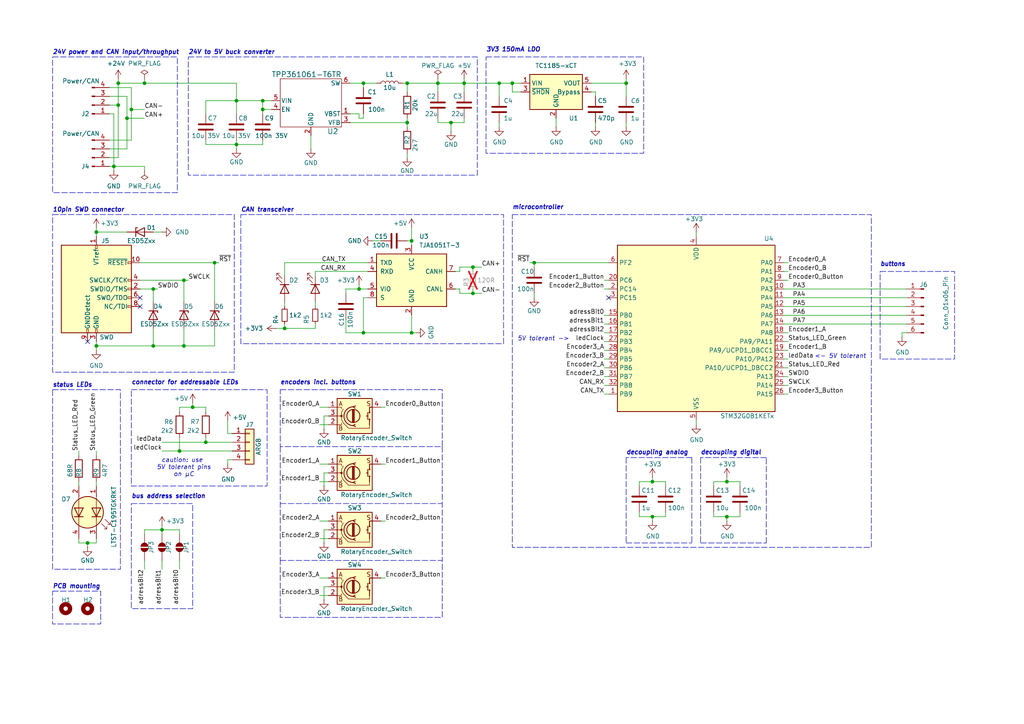
<source format=kicad_sch>
(kicad_sch (version 20231120) (generator "eeschema") (generator_version "8.0")
  (paper "A4")
  (junction (at 210.82 149.86))
  (junction (at 34.29 30.48))
  (junction (at 44.45 100.33))
  (junction (at 189.23 139.7))
  (junction (at 46.99 153.67))
  (junction (at 210.82 139.7))
  (junction (at 38.1 31.75))
  (junction (at 53.34 100.33))
  (junction (at 36.83 34.29))
  (junction (at 41.91 24.13))
  (junction (at 137.16 85.09))
  (junction (at 59.69 128.27))
  (junction (at 119.38 96.52))
  (junction (at 44.45 83.82))
  (junction (at 144.78 24.13))
  (junction (at 25.4 157.48))
  (junction (at 137.16 77.47))
  (junction (at 62.23 76.2))
  (junction (at 189.23 149.86))
  (junction (at 130.81 35.56))
  (junction (at 118.11 24.13))
  (junction (at 148.59 24.13))
  (junction (at 181.61 24.13))
  (junction (at 34.29 24.13))
  (junction (at 76.2 31.75))
  (junction (at 127 24.13))
  (junction (at 134.62 24.13))
  (junction (at 68.58 41.91))
  (junction (at 105.41 96.52))
  (junction (at 154.94 76.2))
  (junction (at 118.11 35.56))
  (junction (at 105.41 24.13))
  (junction (at 33.02 48.26))
  (junction (at 104.14 83.82))
  (junction (at 68.58 29.21))
  (junction (at 27.94 67.31))
  (junction (at 27.94 100.33))
  (junction (at 119.38 69.85))
  (junction (at 52.07 130.81))
  (junction (at 82.55 95.25))
  (junction (at 53.34 81.28))
  (junction (at 76.2 29.21))
  (junction (at 55.88 118.11))
  (no_connect (at 40.64 86.36))
  (no_connect (at 176.53 86.36))
  (no_connect (at 25.4 99.06))
  (no_connect (at 40.64 88.9))
  (wire (pts (xy 214.63 149.86) (xy 210.82 149.86)))
  (wire (pts (xy 227.33 109.22) (xy 228.6 109.22)))
  (wire (pts (xy 92.71 167.64) (xy 95.25 167.64)))
  (wire (pts (xy 154.94 77.47) (xy 154.94 76.2)))
  (wire (pts (xy 175.26 104.14) (xy 176.53 104.14)))
  (wire (pts (xy 82.55 93.98) (xy 82.55 95.25)))
  (wire (pts (xy 134.62 34.29) (xy 134.62 35.56)))
  (wire (pts (xy 59.69 128.27) (xy 67.31 128.27)))
  (polyline (pts (xy 222.25 157.48) (xy 222.25 132.715)) (stroke (width 0) (type dash)))
  (wire (pts (xy 31.75 27.94) (xy 36.83 27.94)))
  (polyline (pts (xy 200.66 132.715) (xy 200.66 157.48)) (stroke (width 0) (type dash)))
  (wire (pts (xy 76.2 41.91) (xy 76.2 40.64)))
  (wire (pts (xy 227.33 88.9) (xy 262.89 88.9)))
  (wire (pts (xy 189.23 149.86) (xy 193.04 149.86)))
  (wire (pts (xy 91.44 87.63) (xy 91.44 88.9)))
  (wire (pts (xy 27.94 66.04) (xy 27.94 67.31)))
  (wire (pts (xy 36.83 34.29) (xy 41.91 34.29)))
  (wire (pts (xy 110.49 167.64) (xy 111.76 167.64)))
  (wire (pts (xy 80.01 95.25) (xy 82.55 95.25)))
  (wire (pts (xy 91.44 78.74) (xy 106.68 78.74)))
  (wire (pts (xy 175.26 96.52) (xy 176.53 96.52)))
  (wire (pts (xy 33.02 33.02) (xy 31.75 33.02)))
  (wire (pts (xy 44.45 83.82) (xy 44.45 87.63)))
  (wire (pts (xy 172.72 26.67) (xy 171.45 26.67)))
  (wire (pts (xy 59.69 128.27) (xy 46.99 128.27)))
  (wire (pts (xy 46.99 162.56) (xy 46.99 165.1)))
  (wire (pts (xy 66.04 125.73) (xy 67.31 125.73)))
  (wire (pts (xy 134.62 24.13) (xy 134.62 26.67)))
  (wire (pts (xy 189.23 149.86) (xy 189.23 151.13)))
  (wire (pts (xy 33.02 48.26) (xy 33.02 49.53)))
  (wire (pts (xy 27.94 130.81) (xy 27.94 132.08)))
  (wire (pts (xy 52.07 118.11) (xy 52.07 119.38)))
  (wire (pts (xy 62.23 100.33) (xy 62.23 95.25)))
  (wire (pts (xy 68.58 24.13) (xy 68.58 29.21)))
  (wire (pts (xy 110.49 118.11) (xy 111.76 118.11)))
  (wire (pts (xy 31.75 48.26) (xy 33.02 48.26)))
  (wire (pts (xy 119.38 96.52) (xy 120.65 96.52)))
  (wire (pts (xy 154.94 85.09) (xy 154.94 86.36)))
  (wire (pts (xy 210.82 149.86) (xy 210.82 151.13)))
  (wire (pts (xy 189.23 139.7) (xy 193.04 139.7)))
  (wire (pts (xy 137.16 77.47) (xy 139.7 77.47)))
  (wire (pts (xy 93.98 137.16) (xy 95.25 137.16)))
  (wire (pts (xy 105.41 86.36) (xy 105.41 96.52)))
  (wire (pts (xy 27.94 99.06) (xy 27.94 100.33)))
  (wire (pts (xy 92.71 172.72) (xy 95.25 172.72)))
  (wire (pts (xy 104.14 33.02) (xy 101.6 33.02)))
  (polyline (pts (xy 128.27 129.54) (xy 128.27 162.56)) (stroke (width 0) (type dash)))
  (wire (pts (xy 68.58 40.64) (xy 68.58 41.91)))
  (wire (pts (xy 44.45 100.33) (xy 53.34 100.33)))
  (wire (pts (xy 148.59 24.13) (xy 148.59 26.67)))
  (wire (pts (xy 59.69 119.38) (xy 59.69 118.11)))
  (wire (pts (xy 227.33 104.14) (xy 228.6 104.14)))
  (wire (pts (xy 82.55 76.2) (xy 82.55 80.01)))
  (wire (pts (xy 132.08 83.82) (xy 133.35 83.82)))
  (wire (pts (xy 53.34 95.25) (xy 53.34 100.33)))
  (wire (pts (xy 185.42 139.7) (xy 185.42 140.97)))
  (wire (pts (xy 52.07 127) (xy 52.07 130.81)))
  (wire (pts (xy 172.72 27.94) (xy 172.72 26.67)))
  (wire (pts (xy 207.01 149.86) (xy 210.82 149.86)))
  (wire (pts (xy 76.2 33.02) (xy 76.2 31.75)))
  (wire (pts (xy 185.42 139.7) (xy 189.23 139.7)))
  (wire (pts (xy 31.75 43.18) (xy 36.83 43.18)))
  (wire (pts (xy 207.01 140.97) (xy 207.01 139.7)))
  (wire (pts (xy 46.99 153.67) (xy 52.07 153.67)))
  (wire (pts (xy 34.29 45.72) (xy 34.29 30.48)))
  (wire (pts (xy 227.33 99.06) (xy 228.6 99.06)))
  (wire (pts (xy 104.14 83.82) (xy 100.33 83.82)))
  (wire (pts (xy 100.33 96.52) (xy 105.41 96.52)))
  (wire (pts (xy 68.58 29.21) (xy 59.69 29.21)))
  (wire (pts (xy 189.23 139.7) (xy 189.23 138.43)))
  (wire (pts (xy 27.94 100.33) (xy 44.45 100.33)))
  (wire (pts (xy 22.86 156.21) (xy 22.86 157.48)))
  (wire (pts (xy 90.17 39.37) (xy 90.17 43.18)))
  (polyline (pts (xy 203.2 132.715) (xy 203.2 157.48)) (stroke (width 0) (type dash)))
  (wire (pts (xy 227.33 114.3) (xy 228.6 114.3)))
  (wire (pts (xy 119.38 66.04) (xy 119.38 69.85)))
  (wire (pts (xy 119.38 69.85) (xy 119.38 71.12)))
  (wire (pts (xy 210.82 139.7) (xy 214.63 139.7)))
  (wire (pts (xy 52.07 130.81) (xy 67.31 130.81)))
  (wire (pts (xy 68.58 41.91) (xy 76.2 41.91)))
  (wire (pts (xy 214.63 140.97) (xy 214.63 139.7)))
  (wire (pts (xy 34.29 30.48) (xy 31.75 30.48)))
  (wire (pts (xy 34.29 22.86) (xy 34.29 24.13)))
  (wire (pts (xy 130.81 35.56) (xy 127 35.56)))
  (wire (pts (xy 227.33 96.52) (xy 228.6 96.52)))
  (wire (pts (xy 181.61 24.13) (xy 181.61 22.86)))
  (wire (pts (xy 27.94 139.7) (xy 27.94 140.97)))
  (wire (pts (xy 36.83 67.31) (xy 27.94 67.31)))
  (wire (pts (xy 93.98 124.46) (xy 93.98 120.65)))
  (wire (pts (xy 110.49 134.62) (xy 111.76 134.62)))
  (wire (pts (xy 52.07 153.67) (xy 52.07 154.94)))
  (wire (pts (xy 92.71 118.11) (xy 95.25 118.11)))
  (wire (pts (xy 76.2 31.75) (xy 78.74 31.75)))
  (wire (pts (xy 36.83 27.94) (xy 36.83 34.29)))
  (wire (pts (xy 68.58 41.91) (xy 68.58 43.18)))
  (wire (pts (xy 181.61 27.94) (xy 181.61 24.13)))
  (wire (pts (xy 214.63 148.59) (xy 214.63 149.86)))
  (wire (pts (xy 55.88 116.84) (xy 55.88 118.11)))
  (wire (pts (xy 144.78 24.13) (xy 144.78 27.94)))
  (wire (pts (xy 107.95 69.85) (xy 110.49 69.85)))
  (wire (pts (xy 31.75 40.64) (xy 38.1 40.64)))
  (wire (pts (xy 227.33 81.28) (xy 228.6 81.28)))
  (wire (pts (xy 38.1 25.4) (xy 38.1 31.75)))
  (wire (pts (xy 104.14 83.82) (xy 106.68 83.82)))
  (wire (pts (xy 53.34 100.33) (xy 62.23 100.33)))
  (wire (pts (xy 82.55 87.63) (xy 82.55 88.9)))
  (wire (pts (xy 118.11 34.29) (xy 118.11 35.56)))
  (wire (pts (xy 34.29 24.13) (xy 41.91 24.13)))
  (wire (pts (xy 93.98 157.48) (xy 93.98 153.67)))
  (wire (pts (xy 52.07 130.81) (xy 46.99 130.81)))
  (wire (pts (xy 22.86 139.7) (xy 22.86 140.97)))
  (wire (pts (xy 185.42 149.86) (xy 189.23 149.86)))
  (wire (pts (xy 227.33 83.82) (xy 262.89 83.82)))
  (wire (pts (xy 227.33 106.68) (xy 228.6 106.68)))
  (wire (pts (xy 53.34 81.28) (xy 54.61 81.28)))
  (wire (pts (xy 127 22.86) (xy 127 24.13)))
  (wire (pts (xy 105.41 86.36) (xy 106.68 86.36)))
  (wire (pts (xy 127 35.56) (xy 127 34.29)))
  (wire (pts (xy 82.55 95.25) (xy 91.44 95.25)))
  (wire (pts (xy 100.33 92.71) (xy 100.33 96.52)))
  (wire (pts (xy 137.16 85.09) (xy 139.7 85.09)))
  (wire (pts (xy 118.11 24.13) (xy 118.11 26.67)))
  (wire (pts (xy 161.29 34.29) (xy 161.29 36.83)))
  (wire (pts (xy 27.94 100.33) (xy 27.94 101.6)))
  (wire (pts (xy 44.45 100.33) (xy 44.45 95.25)))
  (wire (pts (xy 133.35 78.74) (xy 133.35 77.47)))
  (wire (pts (xy 127 24.13) (xy 127 26.67)))
  (wire (pts (xy 105.41 34.29) (xy 104.14 34.29)))
  (wire (pts (xy 151.13 26.67) (xy 148.59 26.67)))
  (wire (pts (xy 134.62 22.86) (xy 134.62 24.13)))
  (wire (pts (xy 227.33 76.2) (xy 228.6 76.2)))
  (polyline (pts (xy 200.66 132.715) (xy 181.61 132.715)) (stroke (width 0) (type dash)))
  (wire (pts (xy 133.35 77.47) (xy 137.16 77.47)))
  (wire (pts (xy 227.33 86.36) (xy 262.89 86.36)))
  (polyline (pts (xy 203.2 157.48) (xy 222.25 157.48)) (stroke (width 0) (type dash)))
  (wire (pts (xy 76.2 29.21) (xy 76.2 31.75)))
  (wire (pts (xy 137.16 77.47) (xy 137.16 78.74)))
  (wire (pts (xy 119.38 91.44) (xy 119.38 96.52)))
  (wire (pts (xy 175.26 93.98) (xy 176.53 93.98)))
  (wire (pts (xy 52.07 162.56) (xy 52.07 165.1)))
  (wire (pts (xy 41.91 162.56) (xy 41.91 165.1)))
  (wire (pts (xy 227.33 93.98) (xy 262.89 93.98)))
  (wire (pts (xy 154.94 76.2) (xy 176.53 76.2)))
  (wire (pts (xy 193.04 149.86) (xy 193.04 148.59)))
  (wire (pts (xy 93.98 170.18) (xy 95.25 170.18)))
  (wire (pts (xy 93.98 140.97) (xy 93.98 137.16)))
  (wire (pts (xy 207.01 149.86) (xy 207.01 148.59)))
  (wire (pts (xy 91.44 93.98) (xy 91.44 95.25)))
  (wire (pts (xy 101.6 35.56) (xy 118.11 35.56)))
  (wire (pts (xy 40.64 76.2) (xy 62.23 76.2)))
  (wire (pts (xy 66.04 133.35) (xy 66.04 134.62)))
  (wire (pts (xy 41.91 154.94) (xy 41.91 153.67)))
  (wire (pts (xy 31.75 45.72) (xy 34.29 45.72)))
  (wire (pts (xy 92.71 156.21) (xy 95.25 156.21)))
  (wire (pts (xy 33.02 33.02) (xy 33.02 48.26)))
  (wire (pts (xy 68.58 29.21) (xy 76.2 29.21)))
  (polyline (pts (xy 181.61 132.715) (xy 181.61 157.48)) (stroke (width 0) (type dash)))
  (wire (pts (xy 93.98 173.99) (xy 93.98 170.18)))
  (wire (pts (xy 175.26 101.6) (xy 176.53 101.6)))
  (wire (pts (xy 119.38 96.52) (xy 105.41 96.52)))
  (wire (pts (xy 133.35 85.09) (xy 137.16 85.09)))
  (wire (pts (xy 261.62 96.52) (xy 262.89 96.52)))
  (wire (pts (xy 104.14 82.55) (xy 104.14 83.82)))
  (wire (pts (xy 93.98 153.67) (xy 95.25 153.67)))
  (wire (pts (xy 175.26 106.68) (xy 176.53 106.68)))
  (wire (pts (xy 41.91 48.26) (xy 41.91 49.53)))
  (polyline (pts (xy 81.28 129.54) (xy 81.28 162.56)) (stroke (width 0) (type dash)))
  (wire (pts (xy 175.26 114.3) (xy 176.53 114.3)))
  (wire (pts (xy 40.64 83.82) (xy 44.45 83.82)))
  (wire (pts (xy 175.26 83.82) (xy 176.53 83.82)))
  (wire (pts (xy 105.41 24.13) (xy 109.22 24.13)))
  (wire (pts (xy 62.23 76.2) (xy 62.23 87.63)))
  (wire (pts (xy 46.99 152.4) (xy 46.99 153.67)))
  (wire (pts (xy 66.04 133.35) (xy 67.31 133.35)))
  (wire (pts (xy 175.26 111.76) (xy 176.53 111.76)))
  (wire (pts (xy 105.41 33.02) (xy 105.41 34.29)))
  (wire (pts (xy 105.41 24.13) (xy 105.41 25.4)))
  (wire (pts (xy 34.29 24.13) (xy 34.29 30.48)))
  (wire (pts (xy 25.4 157.48) (xy 27.94 157.48)))
  (wire (pts (xy 227.33 111.76) (xy 228.6 111.76)))
  (wire (pts (xy 134.62 24.13) (xy 144.78 24.13)))
  (wire (pts (xy 227.33 78.74) (xy 228.6 78.74)))
  (wire (pts (xy 59.69 29.21) (xy 59.69 33.02)))
  (wire (pts (xy 44.45 83.82) (xy 45.72 83.82)))
  (wire (pts (xy 227.33 91.44) (xy 262.89 91.44)))
  (wire (pts (xy 193.04 139.7) (xy 193.04 140.97)))
  (wire (pts (xy 175.26 99.06) (xy 176.53 99.06)))
  (wire (pts (xy 76.2 29.21) (xy 78.74 29.21)))
  (polyline (pts (xy 81.28 146.05) (xy 128.27 146.05)) (stroke (width 0) (type dash)))
  (wire (pts (xy 92.71 151.13) (xy 95.25 151.13)))
  (wire (pts (xy 55.88 118.11) (xy 52.07 118.11)))
  (wire (pts (xy 59.69 41.91) (xy 59.69 40.64)))
  (wire (pts (xy 62.23 76.2) (xy 63.5 76.2)))
  (wire (pts (xy 175.26 81.28) (xy 176.53 81.28)))
  (wire (pts (xy 101.6 24.13) (xy 105.41 24.13)))
  (wire (pts (xy 261.62 97.79) (xy 261.62 96.52)))
  (wire (pts (xy 118.11 45.72) (xy 118.11 44.45)))
  (wire (pts (xy 118.11 35.56) (xy 118.11 36.83)))
  (wire (pts (xy 118.11 24.13) (xy 127 24.13)))
  (wire (pts (xy 22.86 157.48) (xy 25.4 157.48)))
  (wire (pts (xy 130.81 38.1) (xy 130.81 35.56)))
  (wire (pts (xy 91.44 80.01) (xy 91.44 78.74)))
  (polyline (pts (xy 181.61 157.48) (xy 200.66 157.48)) (stroke (width 0) (type dash)))
  (wire (pts (xy 137.16 83.82) (xy 137.16 85.09)))
  (wire (pts (xy 36.83 43.18) (xy 36.83 34.29)))
  (wire (pts (xy 127 24.13) (xy 134.62 24.13)))
  (wire (pts (xy 40.64 81.28) (xy 53.34 81.28)))
  (wire (pts (xy 207.01 139.7) (xy 210.82 139.7)))
  (wire (pts (xy 41.91 24.13) (xy 68.58 24.13)))
  (wire (pts (xy 133.35 83.82) (xy 133.35 85.09)))
  (wire (pts (xy 175.26 91.44) (xy 176.53 91.44)))
  (wire (pts (xy 100.33 83.82) (xy 100.33 85.09)))
  (wire (pts (xy 46.99 67.31) (xy 44.45 67.31)))
  (wire (pts (xy 41.91 153.67) (xy 46.99 153.67)))
  (wire (pts (xy 110.49 151.13) (xy 111.76 151.13)))
  (wire (pts (xy 93.98 120.65) (xy 95.25 120.65)))
  (wire (pts (xy 116.84 24.13) (xy 118.11 24.13)))
  (wire (pts (xy 53.34 81.28) (xy 53.34 87.63)))
  (wire (pts (xy 148.59 24.13) (xy 151.13 24.13)))
  (wire (pts (xy 172.72 35.56) (xy 172.72 36.83)))
  (wire (pts (xy 68.58 29.21) (xy 68.58 33.02)))
  (wire (pts (xy 38.1 31.75) (xy 41.91 31.75)))
  (wire (pts (xy 92.71 134.62) (xy 95.25 134.62)))
  (wire (pts (xy 104.14 34.29) (xy 104.14 33.02)))
  (wire (pts (xy 144.78 24.13) (xy 148.59 24.13)))
  (wire (pts (xy 82.55 76.2) (xy 106.68 76.2)))
  (wire (pts (xy 55.88 118.11) (xy 59.69 118.11)))
  (wire (pts (xy 144.78 36.83) (xy 144.78 35.56)))
  (wire (pts (xy 59.69 127) (xy 59.69 128.27)))
  (wire (pts (xy 171.45 24.13) (xy 181.61 24.13)))
  (wire (pts (xy 66.04 121.92) (xy 66.04 125.73)))
  (wire (pts (xy 153.67 76.2) (xy 154.94 76.2)))
  (wire (pts (xy 92.71 123.19) (xy 95.25 123.19)))
  (wire (pts (xy 33.02 48.26) (xy 41.91 48.26)))
  (wire (pts (xy 134.62 35.56) (xy 130.81 35.56)))
  (wire (pts (xy 227.33 101.6) (xy 228.6 101.6)))
  (wire (pts (xy 201.93 121.92) (xy 201.93 123.19)))
  (wire (pts (xy 25.4 157.48) (xy 25.4 158.75)))
  (wire (pts (xy 92.71 139.7) (xy 95.25 139.7)))
  (wire (pts (xy 175.26 109.22) (xy 176.53 109.22)))
  (wire (pts (xy 132.08 78.74) (xy 133.35 78.74)))
  (wire (pts (xy 59.69 41.91) (xy 68.58 41.91)))
  (wire (pts (xy 22.86 130.81) (xy 22.86 132.08)))
  (wire (pts (xy 185.42 149.86) (xy 185.42 148.59)))
  (wire (pts (xy 210.82 138.43) (xy 210.82 139.7)))
  (wire (pts (xy 41.91 22.86) (xy 41.91 24.13)))
  (wire (pts (xy 31.75 25.4) (xy 38.1 25.4)))
  (wire (pts (xy 181.61 36.83) (xy 181.61 35.56)))
  (polyline (pts (xy 222.25 132.715) (xy 203.2 132.715)) (stroke (width 0) (type dash)))
  (wire (pts (xy 38.1 31.75) (xy 38.1 40.64)))
  (wire (pts (xy 118.11 69.85) (xy 119.38 69.85)))
  (wire (pts (xy 46.99 153.67) (xy 46.99 154.94)))
  (wire (pts (xy 201.93 67.31) (xy 201.93 68.58)))
  (wire (pts (xy 27.94 67.31) (xy 27.94 68.58)))
  (wire (pts (xy 27.94 156.21) (xy 27.94 157.48)))
  (rectangle (start 38.1 113.03) (end 77.47 140.97) (stroke (width 0) (type dash)))
  (rectangle (start 15.24 171.45) (end 29.21 180.975) (stroke (width 0) (type dash)))
  (rectangle (start 81.28 113.03) (end 128.27 129.54) (stroke (width 0) (type dash)))
  (rectangle (start 81.28 162.56) (end 128.27 179.07) (stroke (width 0) (type dash)))
  (rectangle (start 15.24 16.51) (end 51.435 55.88) (stroke (width 0) (type dash)))
  (rectangle (start 38.1 146.05) (end 55.88 176.53) (stroke (width 0) (type dash)))
  (rectangle (start 69.85 62.23) (end 146.05 99.695) (stroke (width 0) (type dash)))
  (rectangle (start 148.59 62.23) (end 252.73 158.75) (stroke (width 0) (type dash)))
  (rectangle (start 255.27 78.74) (end 276.86 104.14) (stroke (width 0) (type dash)))
  (rectangle (start 15.24 62.23) (end 67.945 107.95) (stroke (width 0) (type dash)))
  (rectangle (start 54.61 16.51) (end 138.43 50.8) (stroke (width 0) (type dash)))
  (rectangle (start 15.24 113.03) (end 34.925 165.1) (stroke (width 0) (type dash)))
  (rectangle (start 140.97 16.51) (end 186.69 44.45) (stroke (width 0) (type dash)))
  (text "decoupling analog" (at 181.61 132.08 0) (effects (font (size 1.27 1.27) (thickness 0.254) (bold yes) (italic yes)) (justify left bottom)))
  (text "encoders incl. buttons" (at 81.28 111.76 0) (effects (font (size 1.27 1.27) (thickness 0.254) (bold yes) (italic yes)) (justify left bottom)))
  (text "3V3 150mA LDO" (at 140.97 15.24 0) (effects (font (size 1.27 1.27) (thickness 0.254) (bold yes) (italic yes)) (justify left bottom)))
  (text "24V power and CAN input/throughput" (at 15.24 15.24 0) (effects (font (size 1.27 1.27) (thickness 0.254) (bold yes) (italic yes)) (justify left)))
  (text "microcontroller" (at 148.59 60.96 0) (effects (font (size 1.27 1.27) (thickness 0.254) (bold yes) (italic yes)) (justify left bottom)))
  (text "CAN transceiver" (at 69.85 60.96 0) (effects (font (size 1.27 1.27) (thickness 0.254) (bold yes) (italic yes)) (justify left)))
  (text "PCB mounting" (at 15.24 170.18 0) (effects (font (size 1.27 1.27) (thickness 0.254) (bold yes) (italic yes)) (justify left)))
  (text "5V tolerant ->" (at 165.1 99.06 0) (effects (font (size 1.27 1.27) (italic yes)) (justify right bottom)))
  (text "connector for addressable LEDs" (at 38.1 111.76 0) (effects (font (size 1.27 1.27) (thickness 0.254) (bold yes) (italic yes)) (justify left bottom)))
  (text "status LEDs" (at 15.24 111.76 0) (effects (font (size 1.27 1.27) (thickness 0.254) (bold yes) (italic yes)) (justify left)))
  (text "buttons" (at 255.27 77.47 0) (effects (font (size 1.27 1.27) (thickness 0.254) (bold yes) (italic yes)) (justify left bottom)))
  (text "bus address selection" (at 38.1 144.78 0) (effects (font (size 1.27 1.27) (thickness 0.254) (bold yes) (italic yes)) (justify left bottom)))
  (text "24V to 5V buck converter" (at 54.61 15.24 0) (effects (font (size 1.27 1.27) (thickness 0.254) (bold yes) (italic yes)) (justify left)))
  (text "<- 5V tolerant" (at 236.22 104.14 0) (effects (font (size 1.27 1.27) (italic yes)) (justify left bottom)))
  (text "caution: use \n5V tolerant pins\non µC" (at 53.34 138.43 0) (effects (font (size 1.27 1.27) (italic yes)) (justify bottom)))
  (text "10pin SWD connector" (at 15.24 60.96 0) (effects (font (size 1.27 1.27) (thickness 0.254) (bold yes) (italic yes)) (justify left)))
  (text "decoupling digital" (at 203.2 132.08 0) (effects (font (size 1.27 1.27) (thickness 0.254) (bold yes) (italic yes)) (justify left bottom)))
  (label "Status_LED_Green" (at 228.6 99.06 0))
  (label "Encoder2_A" (at 175.26 106.68 180))
  (label "CAN_RX" (at 175.26 111.76 180))
  (label "Encoder3_Button" (at 228.6 114.3 0))
  (label "Encoder1_A" (at 92.71 134.62 180))
  (label "ledData" (at 46.99 128.27 180))
  (label "Encoder2_Button" (at 175.26 83.82 180))
  (label "CAN+" (at 139.7 77.47 0))
  (label "adressBit1" (at 46.99 165.1 270))
  (label "Encoder3_B" (at 175.26 104.14 180))
  (label "PA4" (at 229.87 86.36 0))
  (label "PA6" (at 229.87 91.44 0))
  (label "Encoder1_Button" (at 111.76 134.62 0))
  (label "adressBit0" (at 52.07 165.1 270))
  (label "SWDIO" (at 45.72 83.82 0))
  (label "Status_LED_Red" (at 22.86 130.81 90))
  (label "Encoder3_Button" (at 111.76 167.64 0))
  (label "adressBit1" (at 175.26 93.98 180))
  (label "Encoder1_B" (at 228.6 101.6 0))
  (label "Encoder3_A" (at 175.26 101.6 180))
  (label "PA7" (at 229.87 93.98 0))
  (label "Encoder0_A" (at 92.71 118.11 180))
  (label "Encoder2_A" (at 92.71 151.13 180))
  (label "SWCLK" (at 228.6 111.76 0))
  (label "Encoder1_Button" (at 175.26 81.28 180))
  (label "CAN+" (at 41.91 34.29 0))
  (label "Encoder1_B" (at 92.71 139.7 180))
  (label "SWDIO" (at 228.6 109.22 0))
  (label "Encoder3_B" (at 92.71 172.72 180))
  (label "Encoder2_Button" (at 111.76 151.13 0))
  (label "adressBit2" (at 175.26 96.52 180))
  (label "Encoder0_B" (at 92.71 123.19 180))
  (label "Encoder0_B" (at 228.6 78.74 0))
  (label "PA5" (at 229.87 88.9 0))
  (label "CAN_TX" (at 100.33 76.2 180))
  (label "Status_LED_Green" (at 27.94 130.81 90))
  (label "~{RST}" (at 153.67 76.2 180))
  (label "~{RST}" (at 63.5 76.2 0))
  (label "CAN_TX" (at 175.26 114.3 180))
  (label "CAN-" (at 41.91 31.75 0))
  (label "Encoder0_A" (at 228.6 76.2 0))
  (label "Encoder0_Button" (at 228.6 81.28 0))
  (label "Encoder2_B" (at 92.71 156.21 180))
  (label "adressBit0" (at 175.26 91.44 180))
  (label "Encoder2_B" (at 175.26 109.22 180))
  (label "Encoder3_A" (at 92.71 167.64 180))
  (label "ledData" (at 228.6 104.14 0))
  (label "CAN_RX" (at 100.33 78.74 180))
  (label "PA3" (at 229.87 83.82 0))
  (label "CAN-" (at 139.7 85.09 0))
  (label "ledClock" (at 46.99 130.81 180))
  (label "adressBit2" (at 41.91 165.1 270))
  (label "SWCLK" (at 54.61 81.28 0))
  (label "Encoder0_Button" (at 111.76 118.11 0))
  (label "Status_LED_Red" (at 228.6 106.68 0))
  (label "ledClock" (at 175.26 99.06 180))
  (label "Encoder1_A" (at 228.6 96.52 0))
  (symbol (lib_id "Diode:ESD5Zxx") (at 44.45 91.44 270) (unit 1)
    (property "Reference" "D4" (at 44.45 88.9 90) (effects (justify left)))
    (property "Value" "ESD5Zxx" (at 40.64 93.98 90) (effects (justify left)))
    (property "Footprint" "Diode_SMD:D_SOD-523" (effects (hide yes)))
    (property "Datasheet" "https://www.onsemi.com/pdf/datasheet/esd5z2.5t1-d.pdf" (effects (hide yes)))
    (property "Description" "ESD Protection Diode, SOD-523" (effects (hide yes)))
  )
  (symbol (lib_id "power:GND") (at 118.11 45.72 0) (unit 1)
    (property "Reference" "#PWR011" (effects (hide yes)))
    (property "Value" "GND" (at 118.11 49.53 0))
    (property "Description" "Power symbol creates a global label with name \"GND\" , ground" (effects (hide yes)))
  )
  (symbol (lib_id "Device:C") (at 207.01 144.78 180) (unit 1)
    (property "Reference" "C13" (at 209.55 142.24 0))
    (property "Value" "10u" (at 209.55 147.32 0))
    (property "Footprint" "Capacitor_SMD:C_0603_1608Metric_Pad1.08x0.95mm_HandSolder" (effects (hide yes)))
  )
  (symbol (lib_id "power:+3V3") (at 27.94 66.04 0) (unit 1)
    (property "Reference" "#PWR014" (effects (hide yes)))
    (property "Value" "+3V3" (at 31.75 64.77 0))
    (property "Description" "Power symbol creates a global label with name \"+3V3\"" (effects (hide yes)))
  )
  (symbol (lib_id "Device:C") (at 76.2 36.83 180) (unit 1)
    (property "Reference" "C9" (at 78.105 34.29 0))
    (property "Value" "100n 35V" (at 78.74 39.37 0))
    (property "Footprint" "Capacitor_SMD:C_0603_1608Metric_Pad1.08x0.95mm_HandSolder" (effects (hide yes)))
    (property "Description" "Unpolarized capacitor" (effects (hide yes)))
  )
  (symbol (lib_id "power:GND") (at 120.65 96.52 90) (unit 1)
    (property "Reference" "#PWR020" (effects (hide yes)))
    (property "Value" "GND" (at 125.0442 96.393 0))
  )
  (symbol (lib_id "Device:LED_Dual_AAKK") (at 25.4 148.59 270) (unit 1)
    (property "Reference" "D7" (at 17.78 144.78 90) (effects (justify left)))
    (property "Value" "LTST-C195TGKRKT" (at 33.02 140.97 0) (effects (justify left)))
    (property "Footprint" "extraFootprints:LED_LiteOn_LTST-C195TGKRKT" (effects (hide yes)))
    (property "Datasheet" "https://optoelectronics.liteon.com/upload/download/DS22-2011-0290/LTST-C195TGKRKT.pdf" (effects (hide yes)))
    (property "Description" "Dual LED, cathodes on pins 3 and 4" (effects (hide yes)))
  )
  (symbol (lib_id "power:+3.3V") (at 181.61 22.86 0) (unit 1)
    (property "Reference" "#PWR03" (effects (hide yes)))
    (property "Value" "+3V3" (at 181.991 18.4658 0))
    (property "Description" "Power symbol creates a global label with name \"+3.3V\"" (effects (hide yes)))
  )
  (symbol (lib_id "power:GND") (at 161.29 36.83 0) (unit 1)
    (property "Reference" "#PWR05" (effects (hide yes)))
    (property "Value" "GND" (at 161.417 41.2242 0))
    (property "Description" "Power symbol creates a global label with name \"GND\" , ground" (effects (hide yes)))
  )
  (symbol (lib_id "Device:C") (at 105.41 29.21 180) (unit 1)
    (property "Reference" "C1" (at 107.95 26.67 0))
    (property "Value" "100n" (at 109.22 31.75 0))
    (property "Footprint" "Capacitor_SMD:C_0603_1608Metric_Pad1.08x0.95mm_HandSolder" (effects (hide yes)))
    (property "Description" "Unpolarized capacitor" (effects (hide yes)))
  )
  (symbol (lib_id "power:GND") (at 93.98 124.46 0) (unit 1)
    (property "Reference" "#PWR012" (effects (hide yes)))
    (property "Value" "GND" (at 93.98 128.27 0))
    (property "Description" "Power symbol creates a global label with name \"GND\" , ground" (effects (hide yes)))
  )
  (symbol (lib_id "power:GND") (at 181.61 36.83 0) (unit 1)
    (property "Reference" "#PWR07" (effects (hide yes)))
    (property "Value" "GND" (at 181.737 41.2242 0))
    (property "Description" "Power symbol creates a global label with name \"GND\" , ground" (effects (hide yes)))
  )
  (symbol (lib_id "Connector_Generic:Conn_01x04") (at 72.39 128.27 0) (unit 1)
    (property "Reference" "J7" (at 72.39 123.19 0))
    (property "Value" "ARGB" (at 74.93 129.54 90))
    (property "Footprint" "Connector_Molex:Molex_PicoBlade_53047-0410_1x04_P1.25mm_Vertical" (effects (hide yes)))
    (property "Description" "Generic connector, single row, 01x04, script generated (kicad-library-utils/schlib/autogen/connector/)" (effects (hide yes)))
  )
  (symbol (lib_id "power:PWR_FLAG") (at 41.91 49.53 180) (unit 1)
    (property "Reference" "#FLG03" (effects (hide yes)))
    (property "Value" "PWR_FLAG" (at 41.91 53.975 0))
    (property "Description" "Special symbol for telling ERC where power comes from" (effects (hide yes)))
  )
  (symbol (lib_id "power:PWR_FLAG") (at 127 22.86 0) (unit 1)
    (property "Reference" "#FLG02" (effects (hide yes)))
    (property "Value" "PWR_FLAG" (at 127 19.05 0))
    (property "Description" "Special symbol for telling ERC where power comes from" (effects (hide yes)))
  )
  (symbol (lib_id "power:+3V3") (at 210.82 138.43 0) (unit 1)
    (property "Reference" "#PWR028" (effects (hide yes)))
    (property "Value" "+3V3" (at 210.82 134.62 0))
  )
  (symbol (lib_id "Connector:Conn_ARM_JTAG_SWD_10") (at 27.94 83.82 0) (unit 1)
    (property "Reference" "J5" (at 31.75 69.85 0) (effects (justify right)))
    (property "Value" "SWD" (at 33.02 97.79 0) (effects (justify right)))
    (property "Footprint" "Connector_PinHeader_1.27mm:PinHeader_2x05_P1.27mm_Vertical_SMD" (effects (hide yes)))
    (property "Datasheet" "http://infocenter.arm.com/help/topic/com.arm.doc.ddi0314h/DDI0314H_coresight_components_trm.pdf" (effects (hide yes)))
    (property "Description" "Cortex Debug Connector, standard ARM Cortex-M SWD and JTAG interface" (effects (hide yes)))
  )
  (symbol (lib_id "power:+3V3") (at 189.23 138.43 0) (unit 1)
    (property "Reference" "#PWR027" (effects (hide yes)))
    (property "Value" "+3V3" (at 189.23 134.62 0))
  )
  (symbol (lib_id "Device:R") (at 118.11 40.64 180) (unit 1)
    (property "Reference" "R2" (at 118.11 41.91 90) (effects (justify right)))
    (property "Value" "2k7" (at 120.396 43.942 90) (effects (justify right)))
    (property "Footprint" "Resistor_SMD:R_0603_1608Metric_Pad0.98x0.95mm_HandSolder" (effects (hide yes)))
    (property "Description" "Resistor" (effects (hide yes)))
  )
  (symbol (lib_id "Jumper:SolderJumper_2_Open") (at 52.07 158.75 270) (unit 1) (exclude_from_sim yes) (in_bom no)
    (property "Reference" "JP1" (at 53.975 158.75 0))
    (property "Value" "SolderJumper_2_Open" (effects (hide yes)))
    (property "Footprint" "Jumper:SolderJumper-2_P1.3mm_Open_TrianglePad1.0x1.5mm" (effects (hide yes)))
    (property "Description" "Solder Jumper, 2-pole, open" (effects (hide yes)))
  )
  (symbol (lib_id "Device:C") (at 134.62 30.48 180) (unit 1)
    (property "Reference" "C3" (at 132.715 27.94 0))
    (property "Value" "22u" (at 132.715 33.02 0))
    (property "Footprint" "Capacitor_SMD:C_0603_1608Metric_Pad1.08x0.95mm_HandSolder" (effects (hide yes)))
    (property "Description" "Unpolarized capacitor" (effects (hide yes)))
  )
  (symbol (lib_id "Diode:ESD5Zxx") (at 40.64 67.31 0) (unit 1)
    (property "Reference" "D1" (at 42.545 66.04 0) (effects (justify left)))
    (property "Value" "ESD5Zxx" (at 36.83 69.85 0) (effects (justify left)))
    (property "Footprint" "Diode_SMD:D_SOD-523" (effects (hide yes)))
    (property "Datasheet" "https://www.onsemi.com/pdf/datasheet/esd5z2.5t1-d.pdf" (effects (hide yes)))
    (property "Description" "ESD Protection Diode, SOD-523" (effects (hide yes)))
  )
  (symbol (lib_id "power:GND") (at 90.17 43.18 0) (unit 1)
    (property "Reference" "#PWR010" (effects (hide yes)))
    (property "Value" "GND" (at 90.17 47.244 0))
    (property "Description" "Power symbol creates a global label with name \"GND\" , ground" (effects (hide yes)))
  )
  (symbol (lib_id "power:+3V3") (at 80.01 95.25 90) (mirror x) (unit 1)
    (property "Reference" "#PWR021" (effects (hide yes)))
    (property "Value" "+3V3" (at 73.66 95.25 90))
    (property "Description" "Power symbol creates a global label with name \"+3V3\"" (effects (hide yes)))
  )
  (symbol (lib_id "power:+3V3") (at 201.93 67.31 0) (unit 1)
    (property "Reference" "#PWR017" (effects (hide yes)))
    (property "Value" "+3V3" (at 201.295 63.5 0))
    (property "Description" "Power symbol creates a global label with name \"+3V3\"" (effects (hide yes)))
  )
  (symbol (lib_id "power:PWR_FLAG") (at 41.91 22.86 0) (unit 1)
    (property "Reference" "#FLG01" (effects (hide yes)))
    (property "Value" "PWR_FLAG" (at 41.91 18.415 0))
    (property "Description" "Special symbol for telling ERC where power comes from" (effects (hide yes)))
  )
  (symbol (lib_id "power:GND") (at 93.98 173.99 0) (unit 1)
    (property "Reference" "#PWR035" (effects (hide yes)))
    (property "Value" "GND" (at 93.98 177.8 0))
    (property "Description" "Power symbol creates a global label with name \"GND\" , ground" (effects (hide yes)))
  )
  (symbol (lib_id "Device:R") (at 118.11 30.48 0) (unit 1)
    (property "Reference" "R1" (at 118.11 30.48 90))
    (property "Value" "20k" (at 120.396 30.48 90))
    (property "Footprint" "Resistor_SMD:R_0603_1608Metric_Pad0.98x0.95mm_HandSolder" (effects (hide yes)))
    (property "Description" "Resistor" (effects (hide yes)))
  )
  (symbol (lib_id "Device:R_Small") (at 82.55 91.44 0) (unit 1)
    (property "Reference" "R4" (at 80.01 93.98 90) (effects (justify left)))
    (property "Value" "1k2" (at 83.82 91.44 0) (effects (justify left)))
    (property "Footprint" "Resistor_SMD:R_0603_1608Metric_Pad0.98x0.95mm_HandSolder" (effects (hide yes)))
    (property "Description" "Resistor, small symbol" (effects (hide yes)))
  )
  (symbol (lib_id "extraSymbols:RotaryEncoder_Switch") (at 102.87 120.65 0) (unit 1)
    (property "Reference" "SW1" (at 102.87 114.3 0))
    (property "Value" "RotaryEncoder_Switch" (at 109.22 127 0))
    (property "Footprint" "Connector_Molex:Molex_PicoBlade_53047-0410_1x04_P1.25mm_Vertical" (effects (hide yes)))
    (property "Description" "Rotary encoder, dual channel, incremental quadrate outputs, with switch" (effects (hide yes)))
  )
  (symbol (lib_id "power:GND") (at 201.93 123.19 0) (unit 1)
    (property "Reference" "#PWR025" (effects (hide yes)))
    (property "Value" "GND" (at 202.057 127.5842 0))
  )
  (symbol (lib_id "Device:C") (at 185.42 144.78 0) (unit 1)
    (property "Reference" "C11" (at 186.055 142.24 0) (effects (justify left)))
    (property "Value" "1u" (at 186.055 147.32 0) (effects (justify left)))
    (property "Footprint" "Capacitor_SMD:C_0603_1608Metric_Pad1.08x0.95mm_HandSolder" (effects (hide yes)))
  )
  (symbol (lib_id "Device:C") (at 68.58 36.83 180) (unit 1)
    (property "Reference" "C8" (at 70.485 34.29 0))
    (property "Value" "10u 35V" (at 68.58 39.37 0))
    (property "Footprint" "Capacitor_SMD:C_0603_1608Metric_Pad1.08x0.95mm_HandSolder" (effects (hide yes)))
    (property "Description" "Unpolarized capacitor" (effects (hide yes)))
  )
  (symbol (lib_id "power:GND") (at 144.78 36.83 0) (unit 1)
    (property "Reference" "#PWR04" (effects (hide yes)))
    (property "Value" "GND" (at 144.907 41.2242 0))
    (property "Description" "Power symbol creates a global label with name \"GND\" , ground" (effects (hide yes)))
  )
  (symbol (lib_id "power:GND") (at 154.94 86.36 0) (mirror y) (unit 1)
    (property "Reference" "#PWR019" (effects (hide yes)))
    (property "Value" "GND" (at 154.94 90.17 0))
  )
  (symbol (lib_id "extraSymbols:RotaryEncoder_Switch") (at 102.87 153.67 0) (unit 1)
    (property "Reference" "SW3" (at 102.87 147.32 0))
    (property "Value" "RotaryEncoder_Switch" (at 109.22 160.02 0))
    (property "Footprint" "Connector_Molex:Molex_PicoBlade_53047-0410_1x04_P1.25mm_Vertical" (effects (hide yes)))
    (property "Description" "Rotary encoder, dual channel, incremental quadrate outputs, with switch" (effects (hide yes)))
  )
  (symbol (lib_id "MCU_ST_STM32G0:STM32G0B1KETx") (at 201.93 96.52 0) (unit 1)
    (property "Reference" "U4" (at 221.615 69.215 0) (effects (justify left)))
    (property "Value" "STM32G0B1KETx" (at 208.915 120.65 0) (effects (justify left)))
    (property "Footprint" "Package_QFP:LQFP-32_7x7mm_P0.8mm" (effects (hide yes)))
    (property "Datasheet" "https://www.st.com/resource/en/datasheet/stm32g0b1ke.pdf" (effects (hide yes)))
    (property "Description" "STMicroelectronics Arm Cortex-M0+ MCU, 512KB flash, 144KB RAM, 64 MHz, 1.7-3.6V, 30 GPIO, LQFP32" (effects (hide yes)))
  )
  (symbol (lib_id "power:GND") (at 189.23 151.13 0) (unit 1)
    (property "Reference" "#PWR029" (effects (hide yes)))
    (property "Value" "GND" (at 189.357 155.5242 0))
  )
  (symbol (lib_id "Device:R_Small") (at 91.44 91.44 0) (unit 1)
    (property "Reference" "R5" (at 88.9 93.98 90) (effects (justify left)))
    (property "Value" "1k2" (at 92.71 91.44 0) (effects (justify left)))
    (property "Footprint" "Resistor_SMD:R_0603_1608Metric_Pad0.98x0.95mm_HandSolder" (effects (hide yes)))
    (property "Description" "Resistor, small symbol" (effects (hide yes)))
  )
  (symbol (lib_id "Mechanical:MountingHole") (at 25.4 176.53 0) (unit 1) (exclude_from_sim yes) (in_bom no)
    (property "Reference" "H2" (at 24.13 173.99 0) (effects (justify left)))
    (property "Value" "MountingHole" (effects (hide yes)))
    (property "Footprint" "MountingHole:MountingHole_3.2mm_M3_ISO14580" (effects (hide yes)))
    (property "Description" "Mounting Hole without connection" (effects (hide yes)))
  )
  (symbol (lib_id "Device:LED") (at 91.44 83.82 270) (unit 1)
    (property "Reference" "D3" (at 92.71 81.28 90) (effects (justify left)))
    (property "Value" "150060BS75000" (effects (hide yes)))
    (property "Footprint" "LED_SMD:LED_0603_1608Metric_Pad1.05x0.95mm_HandSolder" (effects (hide yes)))
    (property "Datasheet" "https://www.we-online.com/components/products/datasheet/150060BS75000.pdf" (effects (hide yes)))
    (property "Description" "Light emitting diode" (effects (hide yes)))
  )
  (symbol (lib_id "power:GND") (at 210.82 151.13 0) (unit 1)
    (property "Reference" "#PWR030" (effects (hide yes)))
    (property "Value" "GND" (at 210.947 155.5242 0))
  )
  (symbol (lib_id "Device:C") (at 59.69 36.83 180) (unit 1)
    (property "Reference" "C7" (at 61.595 34.29 0))
    (property "Value" "10u 35V" (at 59.69 39.37 0))
    (property "Footprint" "Capacitor_SMD:C_0603_1608Metric_Pad1.08x0.95mm_HandSolder" (effects (hide yes)))
    (property "Description" "Unpolarized capacitor" (effects (hide yes)))
  )
  (symbol (lib_id "Regulator_Linear:TC1185-xCT") (at 161.29 26.67 0) (unit 1)
    (property "Reference" "U1" (at 166.37 34.29 0))
    (property "Value" "TC1185-xCT" (at 161.29 19.05 0))
    (property "Footprint" "Package_TO_SOT_SMD:SOT-23-5_HandSoldering" (effects (hide yes)))
    (property "Datasheet" "https://ww1.microchip.com/downloads/aemDocuments/documents/APID/ProductDocuments/DataSheets/21335e.pdf" (effects (hide yes)))
    (property "Description" "150 mA CMOS LDOs with Shutdown and Reference Bypass, SOT-23-5" (effects (hide yes)))
  )
  (symbol (lib_id "power:+5V") (at 134.62 22.86 0) (unit 1)
    (property "Reference" "#PWR02" (effects (hide yes)))
    (property "Value" "+5V" (at 134.62 19.05 0))
    (property "Description" "Power symbol creates a global label with name \"+5V\"" (effects (hide yes)))
  )
  (symbol (lib_id "power:GND") (at 33.02 49.53 0) (unit 1)
    (property "Reference" "#PWR013" (effects (hide yes)))
    (property "Value" "GND" (at 33.02 53.975 0))
    (property "Description" "Power symbol creates a global label with name \"GND\" , ground" (effects (hide yes)))
  )
  (symbol (lib_id "power:+5V") (at 119.38 66.04 0) (mirror y) (unit 1)
    (property "Reference" "#PWR015" (effects (hide yes)))
    (property "Value" "+5V" (at 118.11 64.77 0) (effects (justify left)))
  )
  (symbol (lib_id "power:GND") (at 130.81 38.1 0) (unit 1)
    (property "Reference" "#PWR08" (effects (hide yes)))
    (property "Value" "GND" (at 130.81 41.91 0))
    (property "Description" "Power symbol creates a global label with name \"GND\" , ground" (effects (hide yes)))
  )
  (symbol (lib_id "Device:L") (at 113.03 24.13 90) (unit 1)
    (property "Reference" "L1" (at 113.03 21.59 90))
    (property "Value" "10u" (at 113.03 25.4 90))
    (property "Footprint" "Inductor_SMD:L_1008_2520Metric_Pad1.43x2.20mm_HandSolder" (effects (hide yes)))
    (property "Description" "Inductor" (effects (hide yes)))
  )
  (symbol (lib_id "power:+5V") (at 55.88 116.84 0) (mirror y) (unit 1)
    (property "Reference" "#PWR023" (effects (hide yes)))
    (property "Value" "+5V" (at 54.61 115.57 0) (effects (justify left)))
  )
  (symbol (lib_id "power:+5V") (at 66.04 121.92 0) (unit 1)
    (property "Reference" "#PWR024" (effects (hide yes)))
    (property "Value" "+5V" (at 67.437 121.0838 0) (effects (justify left)))
  )
  (symbol (lib_id "extraSymbols:RotaryEncoder_Switch") (at 102.87 137.16 0) (unit 1)
    (property "Reference" "SW2" (at 102.87 130.81 0))
    (property "Value" "RotaryEncoder_Switch" (at 109.22 143.51 0))
    (property "Footprint" "Connector_Molex:Molex_PicoBlade_53047-0410_1x04_P1.25mm_Vertical" (effects (hide yes)))
    (property "Description" "Rotary encoder, dual channel, incremental quadrate outputs, with switch" (effects (hide yes)))
  )
  (symbol (lib_id "power:GND") (at 261.62 97.79 0) (unit 1)
    (property "Reference" "#PWR036" (effects (hide yes)))
    (property "Value" "GND" (at 261.747 102.1842 0))
  )
  (symbol (lib_id "Device:R") (at 52.07 123.19 0) (mirror y) (unit 1)
    (property "Reference" "R6" (at 50.292 122.3553 0) (effects (justify left)))
    (property "Value" "2k2" (at 50.292 124.8922 0) (effects (justify left)))
    (property "Footprint" "Resistor_SMD:R_0603_1608Metric_Pad0.98x0.95mm_HandSolder" (effects (hide yes)))
  )
  (symbol (lib_id "Device:R") (at 59.69 123.19 0) (mirror y) (unit 1)
    (property "Reference" "R7" (at 57.912 122.3553 0) (effects (justify left)))
    (property "Value" "2k2" (at 57.912 124.8922 0) (effects (justify left)))
    (property "Footprint" "Resistor_SMD:R_0603_1608Metric_Pad0.98x0.95mm_HandSolder" (effects (hide yes)))
  )
  (symbol (lib_id "Device:C") (at 154.94 81.28 0) (mirror y) (unit 1)
    (property "Reference" "C10" (at 154.94 78.74 0) (effects (justify left)))
    (property "Value" "100n" (at 154.94 83.82 0) (effects (justify left)))
    (property "Footprint" "Capacitor_SMD:C_0603_1608Metric_Pad1.08x0.95mm_HandSolder" (effects (hide yes)))
  )
  (symbol (lib_id "Device:R") (at 27.94 135.89 0) (unit 1)
    (property "Reference" "R9" (at 27.94 138.43 90) (effects (justify left)))
    (property "Value" "4R7" (at 30.48 138.43 90) (effects (justify left)))
    (property "Footprint" "Resistor_SMD:R_0603_1608Metric_Pad0.98x0.95mm_HandSolder" (effects (hide yes)))
    (property "Description" "Resistor" (effects (hide yes)))
  )
  (symbol (lib_id "Device:C") (at 214.63 144.78 180) (unit 1)
    (property "Reference" "C14" (at 217.17 142.24 0))
    (property "Value" "100n" (at 218.44 147.32 0))
    (property "Footprint" "Capacitor_SMD:C_0603_1608Metric_Pad1.08x0.95mm_HandSolder" (effects (hide yes)))
  )
  (symbol (lib_id "power:GND") (at 25.4 158.75 0) (unit 1)
    (property "Reference" "#PWR032" (effects (hide yes)))
    (property "Value" "GND" (at 25.4 162.56 0))
    (property "Description" "Power symbol creates a global label with name \"GND\" , ground" (effects (hide yes)))
  )
  (symbol (lib_id "Connector:Conn_01x04_Pin") (at 26.67 45.72 0) (mirror x) (unit 1)
    (property "Reference" "J4" (at 24.765 48.26 0))
    (property "Value" "Power/CAN" (at 23.495 38.735 0))
    (property "Footprint" "Connector_Molex:Molex_PicoBlade_53047-0410_1x04_P1.25mm_Vertical" (effects (hide yes)))
    (property "Description" "Generic connector, single row, 01x04, script generated" (effects (hide yes)))
  )
  (symbol (lib_id "power:GND") (at 27.94 101.6 0) (unit 1)
    (property "Reference" "#PWR022" (effects (hide yes)))
    (property "Value" "GND" (at 27.94 106.045 0))
    (property "Description" "Power symbol creates a global label with name \"GND\" , ground" (effects (hide yes)))
  )
  (symbol (lib_id "Device:C") (at 100.33 88.9 0) (unit 1)
    (property "Reference" "C16" (at 99.06 92.71 90))
    (property "Value" "100n" (at 101.6 92.71 90))
    (property "Footprint" "Capacitor_SMD:C_0603_1608Metric_Pad1.08x0.95mm_HandSolder" (effects (hide yes)))
    (property "Description" "Unpolarized capacitor" (effects (hide yes)))
  )
  (symbol (lib_id "power:GND") (at 66.04 134.62 0) (unit 1)
    (property "Reference" "#PWR026" (effects (hide yes)))
    (property "Value" "GND" (at 66.167 139.0142 0))
  )
  (symbol (lib_id "power:+24V") (at 34.29 22.86 0) (unit 1)
    (property "Reference" "#PWR01" (effects (hide yes)))
    (property "Value" "+24V" (at 33.655 18.415 0))
    (property "Description" "Power symbol creates a global label with name \"+24V\"" (effects (hide yes)))
  )
  (symbol (lib_id "extraSymbols:TPP361061-T6TR") (at 90.17 29.21 0) (unit 1)
    (property "Reference" "U2" (at 96.52 38.1 0) (effects (font (size 1.524 1.524))))
    (property "Value" "TPP361061-T6TR" (at 88.9 21.59 0) (effects (font (size 1.524 1.524))))
    (property "Footprint" "Package_TO_SOT_SMD:SOT-23-6_Handsoldering" (effects (hide yes)))
    (property "Datasheet" "https://static.3peak.com/res/doc/ds/Datasheet_TPP36106.pdf" (effects (hide yes)))
  )
  (symbol (lib_id "power:GND") (at 93.98 157.48 0) (unit 1)
    (property "Reference" "#PWR034" (effects (hide yes)))
    (property "Value" "GND" (at 93.98 161.29 0))
    (property "Description" "Power symbol creates a global label with name \"GND\" , ground" (effects (hide yes)))
  )
  (symbol (lib_id "Device:LED") (at 82.55 83.82 270) (unit 1)
    (property "Reference" "D2" (at 83.82 81.28 90) (effects (justify left)))
    (property "Value" "150060BS75000" (effects (hide yes)))
    (property "Footprint" "LED_SMD:LED_0603_1608Metric_Pad1.05x0.95mm_HandSolder" (effects (hide yes)))
    (property "Datasheet" "https://www.we-online.com/components/products/datasheet/150060BS75000.pdf" (effects (hide yes)))
    (property "Description" "Light emitting diode" (effects (hide yes)))
  )
  (symbol (lib_id "Mechanical:MountingHole") (at 19.05 176.53 0) (unit 1) (exclude_from_sim yes) (in_bom no)
    (property "Reference" "H1" (at 17.78 173.99 0) (effects (justify left)))
    (property "Value" "MountingHole" (effects (hide yes)))
    (property "Footprint" "MountingHole:MountingHole_3.2mm_M3_ISO14580" (effects (hide yes)))
    (property "Description" "Mounting Hole without connection" (effects (hide yes)))
  )
  (symbol (lib_id "power:GND") (at 46.99 67.31 90) (unit 1)
    (property "Reference" "#PWR016" (effects (hide yes)))
    (property "Value" "GND" (at 50.8 67.3099 90) (effects (justify right)))
    (property "Description" "Power symbol creates a global label with name \"GND\" , ground" (effects (hide yes)))
  )
  (symbol (lib_id "Jumper:SolderJumper_2_Open") (at 41.91 158.75 270) (unit 1) (exclude_from_sim yes) (in_bom no)
    (property "Reference" "JP3" (at 43.815 158.75 0))
    (property "Value" "SolderJumper_2_Open" (effects (hide yes)))
    (property "Footprint" "Jumper:SolderJumper-2_P1.3mm_Open_TrianglePad1.0x1.5mm" (effects (hide yes)))
    (property "Description" "Solder Jumper, 2-pole, open" (effects (hide yes)))
  )
  (symbol (lib_id "Device:C") (at 172.72 31.75 0) (unit 1)
    (property "Reference" "C5" (at 173.355 29.21 0) (effects (justify left)))
    (property "Value" "470p" (at 173.355 34.29 0) (effects (justify left)))
    (property "Footprint" "Capacitor_SMD:C_0402_1005Metric_Pad0.74x0.62mm_HandSolder" (effects (hide yes)))
  )
  (symbol (lib_id "power:GND") (at 107.95 69.85 270) (unit 1)
    (property "Reference" "#PWR038" (effects (hide yes)))
    (property "Value" "GND" (at 102.87 69.85 90))
  )
  (symbol (lib_id "Interface_CAN_LIN:TJA1051T-3") (at 119.38 81.28 0) (unit 1)
    (property "Reference" "U3" (at 121.5741 68.58 0) (effects (justify left)))
    (property "Value" "TJA1051T-3" (at 121.5741 71.12 0) (effects (justify left)))
    (property "Footprint" "Package_SO:SOIC-8_3.9x4.9mm_P1.27mm" (effects (hide yes)))
    (property "Datasheet" "http://www.nxp.com/docs/en/data-sheet/TJA1051.pdf" (effects (hide yes)))
    (property "Description" "High-Speed CAN Transceiver, separate VIO, silent mode, SOIC-8" (effects (hide yes)))
  )
  (symbol (lib_id "Device:C") (at 144.78 31.75 0) (unit 1)
    (property "Reference" "C4" (at 146.05 29.21 0) (effects (justify left)))
    (property "Value" "1u" (at 146.05 34.29 0) (effects (justify left)))
    (property "Footprint" "Capacitor_SMD:C_0603_1608Metric_Pad1.08x0.95mm_HandSolder" (effects (hide yes)))
  )
  (symbol (lib_id "Device:C") (at 181.61 31.75 0) (unit 1)
    (property "Reference" "C6" (at 182.88 29.21 0) (effects (font (italic yes)) (justify left)))
    (property "Value" "1u" (at 182.88 34.29 0) (effects (justify left)))
    (property "Footprint" "Capacitor_SMD:C_0603_1608Metric_Pad1.08x0.95mm_HandSolder" (effects (hide yes)))
  )
  (symbol (lib_id "Device:R_Small") (at 137.16 81.28 0) (unit 1) (dnp yes)
    (property "Reference" "R3" (at 135.255 83.185 90) (effects (justify left)))
    (property "Value" "120R" (at 138.43 81.28 0) (effects (justify left)))
    (property "Footprint" "Resistor_SMD:R_0603_1608Metric_Pad0.98x0.95mm_HandSolder" (effects (hide yes)))
    (property "Description" "Resistor, small symbol" (effects (hide yes)))
  )
  (symbol (lib_id "Diode:ESD5Zxx") (at 62.23 91.44 270) (unit 1)
    (property "Reference" "D6" (at 62.23 88.9 90) (effects (justify left)))
    (property "Value" "ESD5Zxx" (at 58.42 93.98 90) (effects (justify left)))
    (property "Footprint" "Diode_SMD:D_SOD-523" (effects (hide yes)))
    (property "Datasheet" "https://www.onsemi.com/pdf/datasheet/esd5z2.5t1-d.pdf" (effects (hide yes)))
    (property "Description" "ESD Protection Diode, SOD-523" (effects (hide yes)))
  )
  (symbol (lib_id "power:GND") (at 68.58 43.18 0) (unit 1)
    (property "Reference" "#PWR09" (effects (hide yes)))
    (property "Value" "GND" (at 68.58 46.99 0))
    (property "Description" "Power symbol creates a global label with name \"GND\" , ground" (effects (hide yes)))
  )
  (symbol (lib_id "Device:C") (at 193.04 144.78 0) (unit 1)
    (property "Reference" "C12" (at 193.675 142.24 0) (effects (justify left)))
    (property "Value" "100n" (at 193.675 147.32 0) (effects (justify left)))
    (property "Footprint" "Capacitor_SMD:C_0603_1608Metric_Pad1.08x0.95mm_HandSolder" (effects (hide yes)))
  )
  (symbol (lib_id "power:+3V3") (at 104.14 82.55 0) (mirror y) (unit 1)
    (property "Reference" "#PWR018" (effects (hide yes)))
    (property "Value" "+3V3" (at 100.33 81.28 0))
    (property "Description" "Power symbol creates a global label with name \"+3V3\"" (effects (hide yes)))
  )
  (symbol (lib_id "Connector:Conn_01x04_Pin") (at 26.67 30.48 0) (mirror x) (unit 1)
    (property "Reference" "J2" (at 24.765 33.02 0))
    (property "Value" "Power/CAN" (at 23.495 23.495 0))
    (property "Footprint" "Connector_Molex:Molex_PicoBlade_53047-0410_1x04_P1.25mm_Vertical" (effects (hide yes)))
    (property "Description" "Generic connector, single row, 01x04, script generated" (effects (hide yes)))
  )
  (symbol (lib_id "Device:C") (at 114.3 69.85 270) (unit 1)
    (property "Reference" "C15" (at 110.49 68.58 90))
    (property "Value" "100n" (at 110.49 71.12 90))
    (property "Footprint" "Capacitor_SMD:C_0603_1608Metric_Pad1.08x0.95mm_HandSolder" (effects (hide yes)))
    (property "Description" "Unpolarized capacitor" (effects (hide yes)))
  )
  (symbol (lib_id "Jumper:SolderJumper_2_Open") (at 46.99 158.75 270) (unit 1) (exclude_from_sim yes) (in_bom no)
    (property "Reference" "JP2" (at 48.895 158.75 0))
    (property "Value" "SolderJumper_2_Open" (effects (hide yes)))
    (property "Footprint" "Jumper:SolderJumper-2_P1.3mm_Open_TrianglePad1.0x1.5mm" (effects (hide yes)))
    (property "Description" "Solder Jumper, 2-pole, open" (effects (hide yes)))
  )
  (symbol (lib_id "extraSymbols:RotaryEncoder_Switch") (at 102.87 170.18 0) (unit 1)
    (property "Reference" "SW4" (at 102.87 163.83 0))
    (property "Value" "RotaryEncoder_Switch" (at 109.22 176.53 0))
    (property "Footprint" "Connector_Molex:Molex_PicoBlade_53047-0410_1x04_P1.25mm_Vertical" (effects (hide yes)))
    (property "Description" "Rotary encoder, dual channel, incremental quadrate outputs, with switch" (effects (hide yes)))
  )
  (symbol (lib_id "power:+3V3") (at 46.99 152.4 0) (unit 1)
    (property "Reference" "#PWR031" (effects (hide yes)))
    (property "Value" "+3V3" (at 50.8 151.13 0))
    (property "Description" "Power symbol creates a global label with name \"+3V3\"" (effects (hide yes)))
  )
  (symbol (lib_id "power:GND") (at 93.98 140.97 0) (unit 1)
    (property "Reference" "#PWR033" (effects (hide yes)))
    (property "Value" "GND" (at 93.98 144.78 0))
    (property "Description" "Power symbol creates a global label with name \"GND\" , ground" (effects (hide yes)))
  )
  (symbol (lib_id "Connector:Conn_01x06_Pin") (at 267.97 88.9 0) (mirror y) (unit 1)
    (property "Reference" "J6" (at 266.7 82.55 0) (effects (justify right)))
    (property "Value" "Conn_01x06_Pin" (at 274.32 80.01 90) (effects (justify right)))
    (property "Footprint" "Connector_Molex:Molex_PicoBlade_53047-0610_1x06_P1.25mm_Vertical" (effects (hide yes)))
    (property "Description" "Generic connector, single row, 01x06, script generated" (effects (hide yes)))
  )
  (symbol (lib_id "Diode:ESD5Zxx") (at 53.34 91.44 270) (unit 1)
    (property "Reference" "D5" (at 53.34 88.9 90) (effects (justify left)))
    (property "Value" "ESD5Zxx" (at 49.53 93.98 90) (effects (justify left)))
    (property "Footprint" "Diode_SMD:D_SOD-523" (effects (hide yes)))
    (property "Datasheet" "https://www.onsemi.com/pdf/datasheet/esd5z2.5t1-d.pdf" (effects (hide yes)))
    (property "Description" "ESD Protection Diode, SOD-523" (effects (hide yes)))
  )
  (symbol (lib_id "Device:C") (at 127 30.48 180) (unit 1)
    (property "Reference" "C2" (at 125.095 27.94 0))
    (property "Value" "22u" (at 125.095 33.02 0))
    (property "Footprint" "Capacitor_SMD:C_0603_1608Metric_Pad1.08x0.95mm_HandSolder" (effects (hide yes)))
    (property "Description" "Unpolarized capacitor" (effects (hide yes)))
  )
  (symbol (lib_id "Device:R") (at 22.86 135.89 0) (unit 1)
    (property "Reference" "R8" (at 22.86 138.43 90) (effects (justify left)))
    (property "Value" "68R" (at 20.32 138.43 90) (effects (justify left)))
    (property "Footprint" "Resistor_SMD:R_0603_1608Metric_Pad0.98x0.95mm_HandSolder" (effects (hide yes)))
    (property "Description" "Resistor" (effects (hide yes)))
  )
  (symbol (lib_id "power:GND") (at 172.72 36.83 0) (unit 1)
    (property "Reference" "#PWR06" (effects (hide yes)))
    (property "Value" "GND" (at 172.847 41.2242 0))
    (property "Description" "Power symbol creates a global label with name \"GND\" , ground" (effects (hide yes)))
  )
)
</source>
